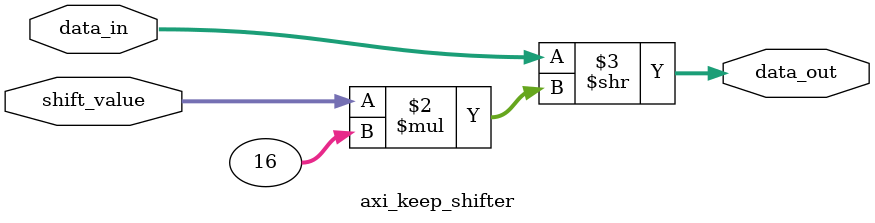
<source format=sv>
module axi_keep_shifter
#(
	parameter DATA_WIDTH = 16,
	parameter SHIFTER = 0,
	parameter SHIFT_VALUE_LEN = 4
)
(
	input logic [DATA_WIDTH*8 -1 : 0] data_in,
        input logic [SHIFT_VALUE_LEN-1:0] shift_value,

	output logic [DATA_WIDTH*8 -1 : 0] data_out
);
// Replace with barrel shifter
always_comb data_out = (SHIFTER ==0) ?  data_in >> ( shift_value* 16 ) : data_in >> ( shift_value ) ; 

endmodule

</source>
